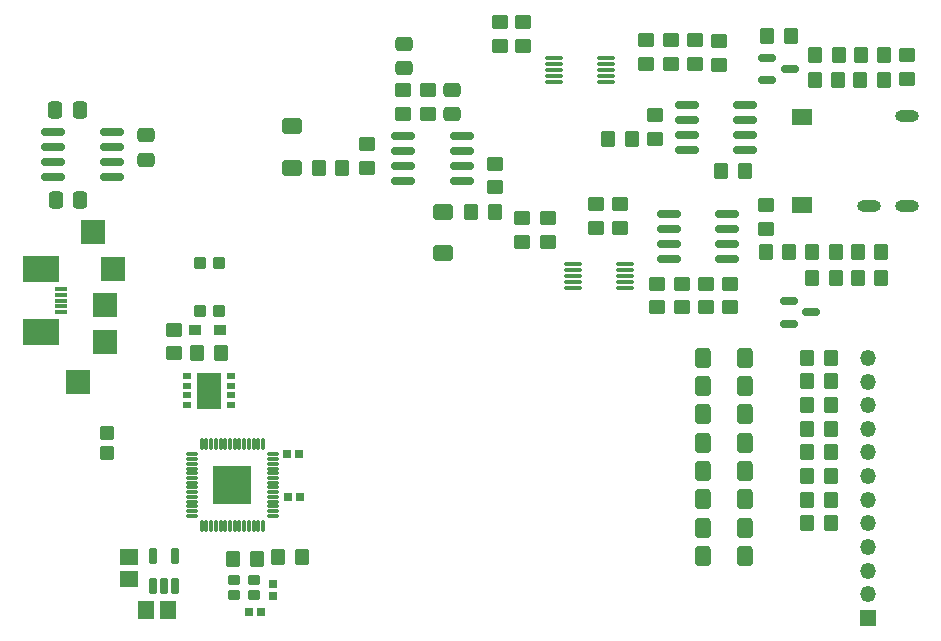
<source format=gbr>
%TF.GenerationSoftware,KiCad,Pcbnew,7.0.3*%
%TF.CreationDate,2023-06-15T19:17:25+02:00*%
%TF.ProjectId,osc_v2,6f73635f-7632-42e6-9b69-6361645f7063,rev?*%
%TF.SameCoordinates,PX4300198PY9aaf9c0*%
%TF.FileFunction,Soldermask,Top*%
%TF.FilePolarity,Negative*%
%FSLAX46Y46*%
G04 Gerber Fmt 4.6, Leading zero omitted, Abs format (unit mm)*
G04 Created by KiCad (PCBNEW 7.0.3) date 2023-06-15 19:17:25*
%MOMM*%
%LPD*%
G01*
G04 APERTURE LIST*
G04 Aperture macros list*
%AMRoundRect*
0 Rectangle with rounded corners*
0 $1 Rounding radius*
0 $2 $3 $4 $5 $6 $7 $8 $9 X,Y pos of 4 corners*
0 Add a 4 corners polygon primitive as box body*
4,1,4,$2,$3,$4,$5,$6,$7,$8,$9,$2,$3,0*
0 Add four circle primitives for the rounded corners*
1,1,$1+$1,$2,$3*
1,1,$1+$1,$4,$5*
1,1,$1+$1,$6,$7*
1,1,$1+$1,$8,$9*
0 Add four rect primitives between the rounded corners*
20,1,$1+$1,$2,$3,$4,$5,0*
20,1,$1+$1,$4,$5,$6,$7,0*
20,1,$1+$1,$6,$7,$8,$9,0*
20,1,$1+$1,$8,$9,$2,$3,0*%
G04 Aperture macros list end*
%ADD10R,1.350000X1.350000*%
%ADD11O,1.350000X1.350000*%
%ADD12RoundRect,0.250000X0.350000X0.450000X-0.350000X0.450000X-0.350000X-0.450000X0.350000X-0.450000X0*%
%ADD13RoundRect,0.250000X0.475000X-0.337500X0.475000X0.337500X-0.475000X0.337500X-0.475000X-0.337500X0*%
%ADD14RoundRect,0.250000X0.450000X-0.350000X0.450000X0.350000X-0.450000X0.350000X-0.450000X-0.350000X0*%
%ADD15RoundRect,0.150000X0.825000X0.150000X-0.825000X0.150000X-0.825000X-0.150000X0.825000X-0.150000X0*%
%ADD16RoundRect,0.250000X-0.350000X-0.450000X0.350000X-0.450000X0.350000X0.450000X-0.350000X0.450000X0*%
%ADD17RoundRect,0.150000X-0.587500X-0.150000X0.587500X-0.150000X0.587500X0.150000X-0.587500X0.150000X0*%
%ADD18RoundRect,0.250000X0.400000X0.600000X-0.400000X0.600000X-0.400000X-0.600000X0.400000X-0.600000X0*%
%ADD19RoundRect,0.050800X0.300000X-0.200000X0.300000X0.200000X-0.300000X0.200000X-0.300000X-0.200000X0*%
%ADD20RoundRect,0.050800X-1.000000X-1.500000X1.000000X-1.500000X1.000000X1.500000X-1.000000X1.500000X0*%
%ADD21RoundRect,0.050800X0.450000X0.400000X-0.450000X0.400000X-0.450000X-0.400000X0.450000X-0.400000X0*%
%ADD22RoundRect,0.050800X0.300000X0.300000X-0.300000X0.300000X-0.300000X-0.300000X0.300000X-0.300000X0*%
%ADD23R,2.000000X2.000000*%
%ADD24RoundRect,0.075000X-0.650000X-0.075000X0.650000X-0.075000X0.650000X0.075000X-0.650000X0.075000X0*%
%ADD25RoundRect,0.250000X-0.450000X0.350000X-0.450000X-0.350000X0.450000X-0.350000X0.450000X0.350000X0*%
%ADD26R,1.100000X0.300000*%
%ADD27R,3.100000X2.300000*%
%ADD28RoundRect,0.050800X0.300000X-0.300000X0.300000X0.300000X-0.300000X0.300000X-0.300000X-0.300000X0*%
%ADD29RoundRect,0.250000X-0.337500X-0.475000X0.337500X-0.475000X0.337500X0.475000X-0.337500X0.475000X0*%
%ADD30RoundRect,0.050800X0.450000X0.375000X-0.450000X0.375000X-0.450000X-0.375000X0.450000X-0.375000X0*%
%ADD31RoundRect,0.050800X-0.275000X-0.600000X0.275000X-0.600000X0.275000X0.600000X-0.275000X0.600000X0*%
%ADD32RoundRect,0.050800X-0.620000X-0.750000X0.620000X-0.750000X0.620000X0.750000X-0.620000X0.750000X0*%
%ADD33RoundRect,0.050800X0.437500X0.100000X-0.437500X0.100000X-0.437500X-0.100000X0.437500X-0.100000X0*%
%ADD34RoundRect,0.050800X-0.100000X0.437500X-0.100000X-0.437500X0.100000X-0.437500X0.100000X0.437500X0*%
%ADD35RoundRect,0.050800X-0.437500X-0.100000X0.437500X-0.100000X0.437500X0.100000X-0.437500X0.100000X0*%
%ADD36RoundRect,0.050800X0.100000X-0.437500X0.100000X0.437500X-0.100000X0.437500X-0.100000X-0.437500X0*%
%ADD37RoundRect,0.210800X-1.440000X-1.440000X1.440000X-1.440000X1.440000X1.440000X-1.440000X1.440000X0*%
%ADD38RoundRect,0.250000X0.600000X-0.400000X0.600000X0.400000X-0.600000X0.400000X-0.600000X-0.400000X0*%
%ADD39O,2.016000X1.008000*%
%ADD40R,1.800000X1.350000*%
%ADD41RoundRect,0.050800X-0.300000X-0.300000X0.300000X-0.300000X0.300000X0.300000X-0.300000X0.300000X0*%
%ADD42RoundRect,0.050800X-0.750000X0.620000X-0.750000X-0.620000X0.750000X-0.620000X0.750000X0.620000X0*%
%ADD43RoundRect,0.050800X-0.450000X0.450000X-0.450000X-0.450000X0.450000X-0.450000X0.450000X0.450000X0*%
%ADD44RoundRect,0.250000X-0.600000X0.400000X-0.600000X-0.400000X0.600000X-0.400000X0.600000X0.400000X0*%
%ADD45RoundRect,0.050800X0.500000X-0.537500X0.500000X0.537500X-0.500000X0.537500X-0.500000X-0.537500X0*%
G04 APERTURE END LIST*
D10*
%TO.C,J2*%
X73480000Y3240000D03*
D11*
X73480000Y5240000D03*
X73480000Y7240000D03*
X73480000Y9240000D03*
X73480000Y11240000D03*
X73480000Y13240000D03*
X73480000Y15240000D03*
X73480000Y17240000D03*
X73480000Y19240000D03*
X73480000Y21240000D03*
X73480000Y23240000D03*
X73480000Y25240000D03*
%TD*%
D12*
%TO.C,R11*%
X25604838Y8375162D03*
X23604838Y8375162D03*
%TD*%
D13*
%TO.C,C28*%
X38330000Y45872500D03*
X38330000Y47947500D03*
%TD*%
D14*
%TO.C,R43*%
X61840000Y29510000D03*
X61840000Y31510000D03*
%TD*%
%TO.C,R13*%
X14730000Y25630000D03*
X14730000Y27630000D03*
%TD*%
D15*
%TO.C,U2*%
X63105000Y42875000D03*
X63105000Y44145000D03*
X63105000Y45415000D03*
X63105000Y46685000D03*
X58155000Y46685000D03*
X58155000Y45415000D03*
X58155000Y44145000D03*
X58155000Y42875000D03*
%TD*%
D16*
%TO.C,R41*%
X64990000Y52460000D03*
X66990000Y52460000D03*
%TD*%
D17*
%TO.C,Q2*%
X65002500Y50640000D03*
X65002500Y48740000D03*
X66877500Y49690000D03*
%TD*%
D18*
%TO.C,D8*%
X63080000Y10870000D03*
X59580000Y10870000D03*
%TD*%
D16*
%TO.C,R18*%
X16704838Y25625162D03*
X18704838Y25625162D03*
%TD*%
D19*
%TO.C,U7*%
X15854838Y23675162D03*
X15854838Y22875162D03*
X15854838Y22075162D03*
X15854838Y21275162D03*
X19554838Y21275162D03*
X19554838Y22075162D03*
X19554838Y22875162D03*
X19554838Y23675162D03*
D20*
X17704838Y22475162D03*
%TD*%
D21*
%TO.C,D2*%
X16530000Y27600000D03*
X18670000Y27600000D03*
%TD*%
D12*
%TO.C,R40*%
X71020000Y48800000D03*
X69020000Y48800000D03*
%TD*%
D22*
%TO.C,C9*%
X22112838Y3725162D03*
X21096838Y3725162D03*
%TD*%
D23*
%TO.C,TP7*%
X9600000Y32800000D03*
%TD*%
D17*
%TO.C,Q1*%
X66825000Y30050000D03*
X66825000Y28150000D03*
X68700000Y29100000D03*
%TD*%
D14*
%TO.C,R22*%
X56840000Y50120000D03*
X56840000Y52120000D03*
%TD*%
D12*
%TO.C,R2*%
X74630000Y34210000D03*
X72630000Y34210000D03*
%TD*%
D14*
%TO.C,R23*%
X42340000Y51650000D03*
X42340000Y53650000D03*
%TD*%
D12*
%TO.C,R42*%
X71040000Y50860000D03*
X69040000Y50860000D03*
%TD*%
D15*
%TO.C,U1*%
X61600000Y33620000D03*
X61600000Y34890000D03*
X61600000Y36160000D03*
X61600000Y37430000D03*
X56650000Y37430000D03*
X56650000Y36160000D03*
X56650000Y34890000D03*
X56650000Y33620000D03*
%TD*%
D14*
%TO.C,R7*%
X55640000Y29530000D03*
X55640000Y31530000D03*
%TD*%
D13*
%TO.C,C26*%
X34200000Y49762500D03*
X34200000Y51837500D03*
%TD*%
D24*
%TO.C,U4*%
X48510000Y33160000D03*
X48510000Y32660000D03*
X48510000Y32160000D03*
X48510000Y31660000D03*
X48510000Y31160000D03*
X52910000Y31160000D03*
X52910000Y31660000D03*
X52910000Y32160000D03*
X52910000Y32660000D03*
X52910000Y33160000D03*
%TD*%
D18*
%TO.C,D10*%
X63080000Y20470000D03*
X59580000Y20470000D03*
%TD*%
D12*
%TO.C,R17*%
X70390000Y13250000D03*
X68390000Y13250000D03*
%TD*%
%TO.C,R34*%
X70390000Y25250000D03*
X68390000Y25250000D03*
%TD*%
D25*
%TO.C,R27*%
X31100000Y43360000D03*
X31100000Y41360000D03*
%TD*%
D18*
%TO.C,D6*%
X63080000Y18070000D03*
X59580000Y18070000D03*
%TD*%
D26*
%TO.C,J1*%
X5175000Y31100000D03*
X5175000Y30600000D03*
X5175000Y30100000D03*
X5175000Y29600000D03*
X5175000Y29100000D03*
D27*
X3475000Y32770000D03*
X3475000Y27430000D03*
%TD*%
D12*
%TO.C,R20*%
X72890000Y50857500D03*
X74890000Y50857500D03*
%TD*%
D28*
%TO.C,C10*%
X23104838Y5117162D03*
X23104838Y6133162D03*
%TD*%
D12*
%TO.C,R14*%
X68390000Y15250000D03*
X70390000Y15250000D03*
%TD*%
D14*
%TO.C,R9*%
X50500000Y36250000D03*
X50500000Y38250000D03*
%TD*%
D25*
%TO.C,R8*%
X41912500Y41700000D03*
X41912500Y39700000D03*
%TD*%
D29*
%TO.C,C3*%
X4737500Y38635000D03*
X6812500Y38635000D03*
%TD*%
D14*
%TO.C,R24*%
X58840000Y50120000D03*
X58840000Y52120000D03*
%TD*%
D12*
%TO.C,R12*%
X21754838Y8200000D03*
X19754838Y8200000D03*
%TD*%
D30*
%TO.C,Y1*%
X21529838Y6400162D03*
X19879838Y6400162D03*
X19879838Y5150162D03*
X21529838Y5150162D03*
%TD*%
D25*
%TO.C,R1*%
X64920000Y38160000D03*
X64920000Y36160000D03*
%TD*%
D12*
%TO.C,R31*%
X70390000Y11250000D03*
X68390000Y11250000D03*
%TD*%
D14*
%TO.C,R4*%
X46390000Y35070000D03*
X46390000Y37070000D03*
%TD*%
D31*
%TO.C,U6*%
X12950000Y5899900D03*
X13900000Y5899900D03*
X14850000Y5899900D03*
X14850000Y8500100D03*
X12950000Y8500100D03*
%TD*%
D23*
%TO.C,TP2*%
X8900000Y29700000D03*
%TD*%
D12*
%TO.C,R37*%
X70780000Y32030000D03*
X68780000Y32030000D03*
%TD*%
D14*
%TO.C,R45*%
X60940000Y50070000D03*
X60940000Y52070000D03*
%TD*%
%TO.C,R6*%
X44190000Y35070000D03*
X44190000Y37070000D03*
%TD*%
D15*
%TO.C,U5*%
X39107500Y40195000D03*
X39107500Y41465000D03*
X39107500Y42735000D03*
X39107500Y44005000D03*
X34157500Y44005000D03*
X34157500Y42735000D03*
X34157500Y41465000D03*
X34157500Y40195000D03*
%TD*%
D32*
%TO.C,C15*%
X12360000Y3910000D03*
X14260000Y3910000D03*
%TD*%
D12*
%TO.C,R39*%
X74880000Y48810000D03*
X72880000Y48810000D03*
%TD*%
D14*
%TO.C,R21*%
X54740000Y50120000D03*
X54740000Y52120000D03*
%TD*%
D18*
%TO.C,D4*%
X63080000Y8470000D03*
X59580000Y8470000D03*
%TD*%
D33*
%TO.C,IC1*%
X16254838Y17075162D03*
X16254838Y16675162D03*
X16254838Y16275162D03*
X16254838Y15875162D03*
X16254838Y15475162D03*
X16254838Y15075162D03*
X16254838Y14675162D03*
X16254838Y14275162D03*
X16254838Y13875162D03*
X16254838Y13475162D03*
X16254838Y13075162D03*
X16254838Y12675162D03*
X16254838Y12275162D03*
X16254838Y11875162D03*
D34*
X17104838Y11025162D03*
X17504838Y11025162D03*
X17904838Y11025162D03*
X18304838Y11025162D03*
X18704838Y11025162D03*
X19104838Y11025162D03*
X19504838Y11025162D03*
X19904838Y11025162D03*
X20304838Y11025162D03*
X20704838Y11025162D03*
X21104838Y11025162D03*
X21504838Y11025162D03*
X21904838Y11025162D03*
X22304838Y11025162D03*
D35*
X23154838Y11875162D03*
X23154838Y12275162D03*
X23154838Y12675162D03*
X23154838Y13075162D03*
X23154838Y13475162D03*
X23154838Y13875162D03*
X23154838Y14275162D03*
X23154838Y14675162D03*
X23154838Y15075162D03*
X23154838Y15475162D03*
X23154838Y15875162D03*
X23154838Y16275162D03*
X23154838Y16675162D03*
X23154838Y17075162D03*
D36*
X22304838Y17925162D03*
X21904838Y17925162D03*
X21504838Y17925162D03*
X21104838Y17925162D03*
X20704838Y17925162D03*
X20304838Y17925162D03*
X19904838Y17925162D03*
X19504838Y17925162D03*
X19104838Y17925162D03*
X18704838Y17925162D03*
X18304838Y17925162D03*
X17904838Y17925162D03*
X17504838Y17925162D03*
X17104838Y17925162D03*
D37*
X19704838Y14475162D03*
%TD*%
D12*
%TO.C,R15*%
X70390000Y19250000D03*
X68390000Y19250000D03*
%TD*%
%TO.C,R28*%
X29000000Y41360000D03*
X27000000Y41360000D03*
%TD*%
D23*
%TO.C,TP3*%
X8900000Y26550000D03*
%TD*%
%TO.C,TP6*%
X7900000Y35900000D03*
%TD*%
D12*
%TO.C,R38*%
X66870000Y34200000D03*
X64870000Y34200000D03*
%TD*%
D18*
%TO.C,D7*%
X63080000Y22870000D03*
X59580000Y22870000D03*
%TD*%
D12*
%TO.C,R33*%
X70390000Y21250000D03*
X68390000Y21250000D03*
%TD*%
%TO.C,R26*%
X53500000Y43810000D03*
X51500000Y43810000D03*
%TD*%
D14*
%TO.C,R46*%
X44340000Y51650000D03*
X44340000Y53650000D03*
%TD*%
D25*
%TO.C,R30*%
X36232500Y47900000D03*
X36232500Y45900000D03*
%TD*%
D38*
%TO.C,D3*%
X24750000Y41360000D03*
X24750000Y44860000D03*
%TD*%
D18*
%TO.C,D9*%
X63080000Y15670000D03*
X59580000Y15670000D03*
%TD*%
D13*
%TO.C,C1*%
X12425000Y41997500D03*
X12425000Y44072500D03*
%TD*%
D25*
%TO.C,R29*%
X34182500Y47900000D03*
X34182500Y45900000D03*
%TD*%
D18*
%TO.C,D5*%
X63080000Y13270000D03*
X59580000Y13270000D03*
%TD*%
D29*
%TO.C,C2*%
X4687500Y46235000D03*
X6762500Y46235000D03*
%TD*%
D25*
%TO.C,R3*%
X52500000Y38250000D03*
X52500000Y36250000D03*
%TD*%
D39*
%TO.C,J3*%
X76790000Y45690000D03*
D40*
X67890000Y38165000D03*
D39*
X73590000Y38090000D03*
D40*
X67890000Y45615000D03*
D39*
X76790000Y38090000D03*
%TD*%
D23*
%TO.C,TP5*%
X6600000Y23200000D03*
%TD*%
D41*
%TO.C,C17*%
X24396838Y13475162D03*
X25412838Y13475162D03*
%TD*%
D12*
%TO.C,R20*%
X63100000Y41030000D03*
X61100000Y41030000D03*
%TD*%
D42*
%TO.C,C20*%
X10980000Y8410000D03*
X10980000Y6510000D03*
%TD*%
D25*
%TO.C,R25*%
X55460000Y45810000D03*
X55460000Y43810000D03*
%TD*%
D12*
%TO.C,R36*%
X74630000Y32010000D03*
X72630000Y32010000D03*
%TD*%
%TO.C,R35*%
X70780000Y34210000D03*
X68780000Y34210000D03*
%TD*%
D41*
%TO.C,C18*%
X24346838Y17075162D03*
X25362838Y17075162D03*
%TD*%
D24*
%TO.C,U9*%
X46930000Y50630000D03*
X46930000Y50130000D03*
X46930000Y49630000D03*
X46930000Y49130000D03*
X46930000Y48630000D03*
X51330000Y48630000D03*
X51330000Y49130000D03*
X51330000Y49630000D03*
X51330000Y50130000D03*
X51330000Y50630000D03*
%TD*%
D12*
%TO.C,R16*%
X70390000Y23250000D03*
X68390000Y23250000D03*
%TD*%
D15*
%TO.C,U3*%
X9475000Y40595000D03*
X9475000Y41865000D03*
X9475000Y43135000D03*
X9475000Y44405000D03*
X4525000Y44405000D03*
X4525000Y43135000D03*
X4525000Y41865000D03*
X4525000Y40595000D03*
%TD*%
D12*
%TO.C,R10*%
X41900000Y37617500D03*
X39900000Y37617500D03*
%TD*%
%TO.C,R32*%
X70390000Y17250000D03*
X68390000Y17250000D03*
%TD*%
D43*
%TO.C,SW1*%
X18600000Y29200000D03*
X18600000Y33300000D03*
X17000000Y29200000D03*
X17000000Y33300000D03*
%TD*%
D44*
%TO.C,D1*%
X37550000Y37617500D03*
X37550000Y34117500D03*
%TD*%
D18*
%TO.C,D11*%
X63080000Y25270000D03*
X59580000Y25270000D03*
%TD*%
D14*
%TO.C,R44*%
X57730000Y29530000D03*
X57730000Y31530000D03*
%TD*%
%TO.C,R5*%
X59770000Y29520000D03*
X59770000Y31520000D03*
%TD*%
%TO.C,R19*%
X76820000Y48870000D03*
X76820000Y50870000D03*
%TD*%
D45*
%TO.C,C16*%
X9100000Y17150000D03*
X9100000Y18850000D03*
%TD*%
M02*

</source>
